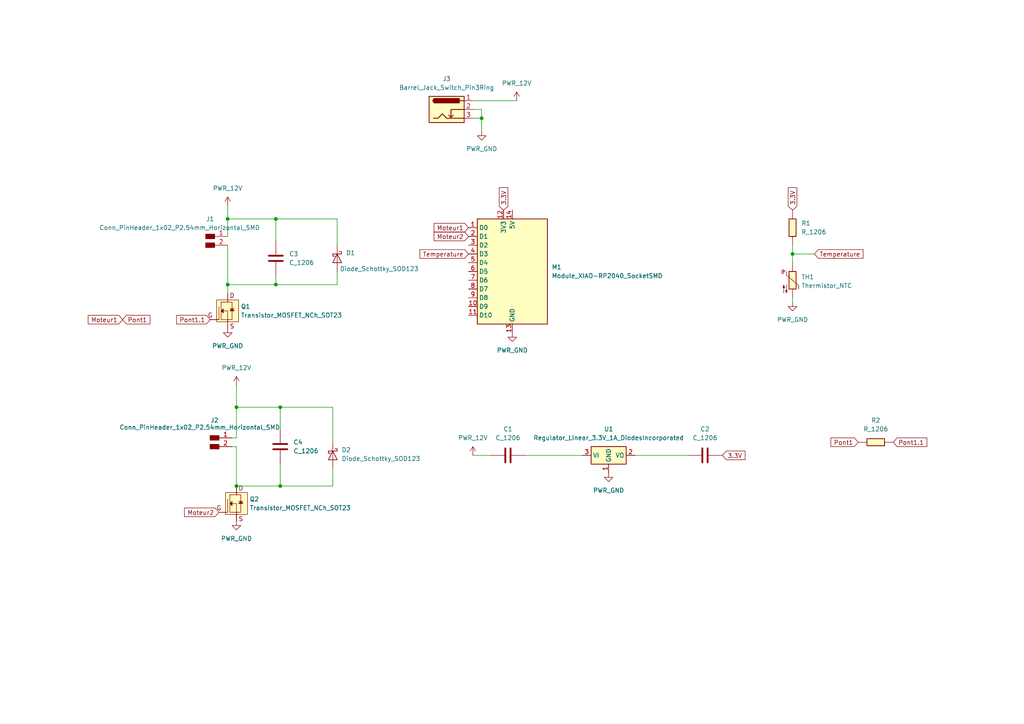
<source format=kicad_sch>
(kicad_sch (version 20231120) (generator "eeschema") (generator_version "8.0")
  (paper "A4")
  (lib_symbols
    (symbol "Connector:Barrel_Jack_Switch_Pin3Ring" (pin_names hide)
      (property "Reference" "J" (at 0 5.334 0))
      (property "Value" "Barrel_Jack_Switch_Pin3Ring" (at 0 -5.08 0))
      (symbol "Barrel_Jack_Switch_Pin3Ring_0_1"
        (rectangle (start -5.08 3.81) (end 5.08 -3.81) (stroke (width 0.254)) (fill (type background)))
        (arc (start -3.302 3.175) (mid -3.9343 2.54) (end -3.302 1.905) (stroke (width 0.254)))
        (arc (start -3.302 3.175) (mid -3.9343 2.54) (end -3.302 1.905) (stroke (width 0.254)) (fill (type outline)))
        (polyline (pts (xy 1.27 -2.286) (xy 1.905 -1.651)) (stroke (width 0.254)))
        (polyline (pts (xy 5.08 2.54) (xy 3.81 2.54)) (stroke (width 0.254)))
        (polyline (pts (xy 5.08 0) (xy 1.27 0) (xy 1.27 -2.286) (xy 0.635 -1.651)) (stroke (width 0.254)))
        (polyline (pts (xy -3.81 -2.54) (xy -2.54 -2.54) (xy -1.27 -1.27) (xy 0 -2.54) (xy 2.54 -2.54) (xy 5.08 -2.54)) (stroke (width 0.254)))
        (rectangle (start 3.683 3.175) (end -3.302 1.905) (stroke (width 0.254)) (fill (type outline)))
      )
      (symbol "Barrel_Jack_Switch_Pin3Ring_1_1"
        (pin passive line (at 7.62 2.54 180) (length 2.54) (name "~") (number "1"))
        (pin passive line (at 7.62 0 180) (length 2.54) (name "~") (number "2"))
        (pin passive line (at 7.62 -2.54 180) (length 2.54) (name "~") (number "3"))
      )
    )
    (symbol "Fabac:C_1206" (pin_numbers hide)
      (property "Reference" "C" (at 0.635 2.54 0))
      (property "Value" "C_1206" (at 0.635 -2.54 0))
      (symbol "C_1206_0_1"
        (polyline (pts (xy -2.032 -0.762) (xy 2.032 -0.762)) (stroke (width 0.508)))
        (polyline (pts (xy -2.032 0.762) (xy 2.032 0.762)) (stroke (width 0.508)))
        (polyline (pts (xy 0 -0.635) (xy 0 -2.54)))
        (polyline (pts (xy 0 0.635) (xy 0 2.54)))
      )
      (symbol "C_1206_1_1"
        (pin passive line (at 0 5.08 270) (length 2.54) (name "~") (number "1"))
        (pin passive line (at 0 -5.08 90) (length 2.54) (name "~") (number "2"))
      )
    )
    (symbol "Fabac:Conn_PinHeader_1x02_P2.54mm_Horizontal_SMD" (pin_names hide)
      (property "Reference" "J" (at 0 2.54 0))
      (property "Value" "Conn_PinHeader_1x02_P2.54mm_Horizontal_SMD" (at 0 -5.08 0))
      (symbol "Conn_PinHeader_1x02_P2.54mm_Horizontal_SMD_1_1"
        (rectangle (start -1.27 -1.905) (end 1.27 -3.175) (stroke (width 0.254)) (fill (type outline)))
        (rectangle (start -1.27 0.635) (end 1.27 -0.635) (stroke (width 0.254)) (fill (type outline)))
        (pin passive line (at 5.08 0 180) (length 3.81) (name "Pin_1") (number "1"))
        (pin passive line (at 5.08 -2.54 180) (length 3.81) (name "Pin_2") (number "2"))
      )
    )
    (symbol "Fabac:Diode_Schottky_SOD123" (pin_numbers hide) (pin_names (offset 1.016) hide)
      (property "Reference" "D" (at 0 2.54 0))
      (property "Value" "Diode_Schottky_SOD123" (at 0 -2.54 0))
      (symbol "Diode_Schottky_SOD123_0_1"
        (polyline (pts (xy 1.27 0) (xy -1.27 0)))
        (polyline (pts (xy 1.27 1.27) (xy 1.27 -1.27) (xy -1.27 0) (xy 1.27 1.27)) (stroke (width 0.2032)))
        (polyline (pts (xy -1.905 0.635) (xy -1.905 1.27) (xy -1.27 1.27) (xy -1.27 -1.27) (xy -0.635 -1.27) (xy -0.635 -0.635)) (stroke (width 0.2032)))
      )
      (symbol "Diode_Schottky_SOD123_1_1"
        (pin passive line (at -3.81 0 0) (length 2.54) (name "K") (number "1"))
        (pin passive line (at 3.81 0 180) (length 2.54) (name "A") (number "2"))
      )
    )
    (symbol "Fabac:Module_XIAO-RP2040_SocketSMD"
      (property "Reference" "M" (at -10.16 16.51 0))
      (property "Value" "Module_XIAO-RP2040_SocketSMD" (at 1.27 16.51 0))
      (symbol "Module_XIAO-RP2040_SocketSMD_1_1"
        (rectangle (start -10.16 15.24) (end 10.16 -15.24) (stroke (width 0.254)) (fill (type background)))
        (pin bidirectional line (at -12.7 12.7 0) (length 2.54) (name "D0") (number "1"))
        (pin bidirectional line (at -12.7 -10.16 0) (length 2.54) (name "D9") (number "10"))
        (pin bidirectional line (at -12.7 -12.7 0) (length 2.54) (name "D10") (number "11"))
        (pin power_in line (at -2.54 17.78 270) (length 2.54) (name "3V3") (number "12"))
        (pin power_in line (at 0 -17.78 90) (length 2.54) (name "GND") (number "13"))
        (pin power_in line (at 0 17.78 270) (length 2.54) (name "5V") (number "14"))
        (pin bidirectional line (at -12.7 10.16 0) (length 2.54) (name "D1") (number "2"))
        (pin bidirectional line (at -12.7 7.62 0) (length 2.54) (name "D2") (number "3"))
        (pin bidirectional line (at -12.7 5.08 0) (length 2.54) (name "D3") (number "4"))
        (pin bidirectional line (at -12.7 2.54 0) (length 2.54) (name "D4") (number "5"))
        (pin bidirectional line (at -12.7 0 0) (length 2.54) (name "D5") (number "6"))
        (pin bidirectional line (at -12.7 -2.54 0) (length 2.54) (name "D6") (number "7"))
        (pin bidirectional line (at -12.7 -5.08 0) (length 2.54) (name "D7") (number "8"))
        (pin bidirectional line (at -12.7 -7.62 0) (length 2.54) (name "D8") (number "9"))
      )
    )
    (symbol "Fabac:PWR_12V" (power) (pin_names (offset 0))
      (property "Value" "PWR_12V" (at 0 3.556 0))
      (symbol "PWR_12V_0_1"
        (polyline (pts (xy -0.762 1.27) (xy 0 2.54)))
        (polyline (pts (xy 0 0) (xy 0 2.54)))
        (polyline (pts (xy 0 2.54) (xy 0.762 1.27)))
      )
      (symbol "PWR_12V_1_1"
        (pin power_in line (at 0 0 90) (length 0) hide (name "PWR_12V") (number "1"))
      )
    )
    (symbol "Fabac:PWR_GND" (power) (pin_names (offset 0))
      (property "Value" "PWR_GND" (at 0 -3.81 0))
      (symbol "PWR_GND_0_1"
        (polyline (pts (xy 0 0) (xy 0 -1.27) (xy 1.27 -1.27) (xy 0 -2.54) (xy -1.27 -1.27) (xy 0 -1.27)))
      )
      (symbol "PWR_GND_1_1"
        (pin power_in line (at 0 0 270) (length 0) hide (name "PWR_GND") (number "1"))
      )
    )
    (symbol "Fabac:R_1206" (pin_numbers hide) (pin_names (offset 0))
      (property "Reference" "R" (at 2.54 0 90))
      (property "Value" "R_1206" (at -2.54 0 90))
      (symbol "R_1206_0_1"
        (rectangle (start -1.016 -2.54) (end 1.016 2.54) (stroke (width 0.254)) (fill (type background)))
      )
      (symbol "R_1206_1_1"
        (pin passive line (at 0 5.08 270) (length 2.54) (name "~") (number "1"))
        (pin passive line (at 0 -5.08 90) (length 2.54) (name "~") (number "2"))
      )
    )
    (symbol "Fabac:Regulator_Linear_3.3V_1A_DiodesIncorporated"
      (property "Reference" "U" (at -5.08 6.35 0))
      (property "Value" "Regulator_Linear_3.3V_1A_DiodesIncorporated" (at -5.08 3.81 0))
      (symbol "Regulator_Linear_3.3V_1A_DiodesIncorporated_0_1"
        (rectangle (start -5.08 2.54) (end 5.08 -2.54) (stroke (width 0.254)) (fill (type background)))
      )
      (symbol "Regulator_Linear_3.3V_1A_DiodesIncorporated_1_1"
        (pin power_in line (at 0 -5.08 90) (length 2.54) (name "GND") (number "1"))
        (pin power_out line (at 7.62 0 180) (length 2.54) (name "VO") (number "2"))
        (pin power_in line (at -7.62 0 0) (length 2.54) (name "VI") (number "3"))
      )
    )
    (symbol "Fabac:Thermistor_NTC" (pin_numbers hide) (pin_names (offset 0))
      (property "Reference" "TH" (at -3.81 0 90))
      (property "Value" "Thermistor_NTC" (at 2.54 0 90))
      (symbol "Thermistor_NTC_0_1"
        (arc (start -3.048 2.159) (mid -3.0505 2.3165) (end -3.175 2.413))
        (arc (start -3.048 2.159) (mid -2.9736 1.9794) (end -2.794 1.905))
        (arc (start -3.048 2.794) (mid -2.9736 2.6144) (end -2.794 2.54))
        (arc (start -2.794 1.905) (mid -2.6144 1.9794) (end -2.54 2.159))
        (arc (start -2.794 2.54) (mid -2.434 2.5608) (end -2.159 2.794))
        (arc (start -2.794 3.048) (mid -2.9736 2.9736) (end -3.048 2.794))
        (arc (start -2.54 2.794) (mid -2.6144 2.9736) (end -2.794 3.048))
        (rectangle (start -1.016 2.54) (end 1.016 -2.54) (stroke (width 0.254)) (fill (type background)))
        (polyline (pts (xy -2.54 2.159) (xy -2.54 2.794)))
        (polyline (pts (xy -1.778 2.54) (xy -1.778 1.524) (xy 1.778 -1.524) (xy 1.778 -2.54)))
        (polyline (pts (xy -2.54 -3.683) (xy -2.54 -1.397) (xy -2.794 -2.159) (xy -2.286 -2.159) (xy -2.54 -1.397) (xy -2.54 -1.651)) (fill (type outline)))
        (polyline (pts (xy -1.778 -1.397) (xy -1.778 -3.683) (xy -2.032 -2.921) (xy -1.524 -2.921) (xy -1.778 -3.683) (xy -1.778 -3.429)) (fill (type outline)))
      )
      (symbol "Thermistor_NTC_1_1"
        (pin passive line (at 0 5.08 270) (length 2.54) (name "~") (number "1"))
        (pin passive line (at 0 -5.08 90) (length 2.54) (name "~") (number "2"))
      )
    )
    (symbol "Fabac:Transistor_MOSFET_NCh_SOT23" (pin_numbers hide) (pin_names (offset 1.016) hide)
      (property "Reference" "Q" (at 3.81 1.27 0))
      (property "Value" "Transistor_MOSFET_NCh_SOT23" (at 3.81 -1.27 0))
      (symbol "Transistor_MOSFET_NCh_SOT23_0_1"
        (polyline (pts (xy 0 2.54) (xy 1.27 2.54) (xy 1.27 -2.54) (xy 0 -2.54)))
      )
      (symbol "Transistor_MOSFET_NCh_SOT23_1_0"
        (text "D" (at 1.27 4.445 0) (effects (font (size 1.27 1.27))))
        (text "G" (at -5.08 -1.27 0) (effects (font (size 1.27 1.27))))
        (text "S" (at 1.27 -4.445 0) (effects (font (size 1.27 1.27))))
      )
      (symbol "Transistor_MOSFET_NCh_SOT23_1_1"
        (rectangle (start -3.175 3.175) (end 3.175 -3.175) (fill (type background)))
        (polyline (pts (xy -2.54 -2.54) (xy -2.54 1.27)) (stroke (width 0.15)))
        (polyline (pts (xy -1.905 -2.54) (xy 0 -2.54)) (stroke (width 0.15)))
        (polyline (pts (xy -1.905 2.54) (xy -1.905 -2.54)) (stroke (width 0.15)))
        (polyline (pts (xy 0 2.54) (xy -1.905 2.54)) (stroke (width 0.15)))
        (polyline (pts (xy 0.635 0.635) (xy 1.905 0.635)) (stroke (width 0.15)))
        (polyline (pts (xy 0 -2.54) (xy 0 0) (xy -1.905 0)) (stroke (width 0.15)))
        (polyline (pts (xy -1.905 0) (xy -1.27 0.635) (xy -1.27 -0.635) (xy -1.905 0)) (fill (type outline)))
        (polyline (pts (xy 1.27 0.635) (xy 1.905 0) (xy 0.635 0) (xy 1.27 0.635)) (fill (type outline)))
        (pin passive line (at -5.08 -2.54 0) (length 2.54) (name "G") (number "1"))
        (pin passive line (at 0 -5.08 90) (length 2.54) (name "S") (number "2"))
        (pin passive line (at 0 5.08 270) (length 2.54) (name "D") (number "3"))
      )
    )
  )
  (junction (at 68.58 140.97))
  (junction (at 68.58 118.11))
  (junction (at 66.04 82.55))
  (junction (at 139.7 34.29))
  (junction (at 66.04 63.5))
  (junction (at 81.28 140.97))
  (junction (at 80.01 82.55))
  (junction (at 80.01 63.5))
  (junction (at 81.28 118.11))
  (junction (at 229.87 73.66))
  (wire (pts (xy 66.04 82.55) (xy 66.04 85.09)))
  (wire (pts (xy 229.87 86.36) (xy 229.87 87.63)))
  (wire (pts (xy 229.87 76.2) (xy 229.87 73.66)))
  (wire (pts (xy 139.7 38.1) (xy 139.7 34.29)))
  (wire (pts (xy 96.52 128.27) (xy 96.52 118.11)))
  (wire (pts (xy 152.4 132.08) (xy 168.91 132.08)))
  (wire (pts (xy 81.28 124.46) (xy 81.28 118.11)))
  (wire (pts (xy 97.79 71.12) (xy 97.79 63.5)))
  (wire (pts (xy 199.39 132.08) (xy 184.15 132.08)))
  (wire (pts (xy 68.58 118.11) (xy 81.28 118.11)))
  (wire (pts (xy 80.01 82.55) (xy 97.79 82.55)))
  (wire (pts (xy 137.16 34.29) (xy 139.7 34.29)))
  (wire (pts (xy 96.52 140.97) (xy 96.52 135.89)))
  (wire (pts (xy 68.58 140.97) (xy 68.58 129.54)))
  (wire (pts (xy 67.31 127) (xy 68.58 127)))
  (wire (pts (xy 66.04 63.5) (xy 66.04 59.69)))
  (wire (pts (xy 139.7 31.75) (xy 137.16 31.75)))
  (wire (pts (xy 68.58 129.54) (xy 67.31 129.54)))
  (wire (pts (xy 137.16 132.08) (xy 142.24 132.08)))
  (wire (pts (xy 66.04 68.58) (xy 66.04 63.5)))
  (wire (pts (xy 68.58 127) (xy 68.58 118.11)))
  (wire (pts (xy 68.58 140.97) (xy 81.28 140.97)))
  (wire (pts (xy 66.04 71.12) (xy 66.04 82.55)))
  (wire (pts (xy 97.79 63.5) (xy 80.01 63.5)))
  (wire (pts (xy 229.87 73.66) (xy 229.87 71.12)))
  (wire (pts (xy 66.04 82.55) (xy 80.01 82.55)))
  (wire (pts (xy 139.7 34.29) (xy 139.7 31.75)))
  (wire (pts (xy 81.28 140.97) (xy 81.28 134.62)))
  (wire (pts (xy 81.28 140.97) (xy 96.52 140.97)))
  (wire (pts (xy 97.79 82.55) (xy 97.79 78.74)))
  (wire (pts (xy 96.52 118.11) (xy 81.28 118.11)))
  (wire (pts (xy 236.22 73.66) (xy 229.87 73.66)))
  (wire (pts (xy 66.04 63.5) (xy 80.01 63.5)))
  (wire (pts (xy 149.86 29.21) (xy 137.16 29.21)))
  (wire (pts (xy 68.58 118.11) (xy 68.58 111.76)))
  (wire (pts (xy 80.01 63.5) (xy 80.01 69.85)))
  (wire (pts (xy 80.01 82.55) (xy 80.01 80.01)))
  (global_label "3.3V" (shape input) (at 146.05 60.96 90) (property "Intersheetrefs" "${INTERSHEET_REFS}" (effects (hide yes))))
  (global_label "3.3V" (shape input) (at 229.87 60.96 90) (property "Intersheetrefs" "${INTERSHEET_REFS}" (effects (hide yes))))
  (global_label "Moteur1" (shape input) (at 35.56 92.71 180) (property "Intersheetrefs" "${INTERSHEET_REFS}" (effects (hide yes))))
  (global_label "Pont1.1" (shape input) (at 60.96 92.71 180) (property "Intersheetrefs" "${INTERSHEET_REFS}" (effects (hide yes))))
  (global_label "Pont1" (shape input) (at 35.56 92.71 0) (property "Intersheetrefs" "${INTERSHEET_REFS}" (effects (hide yes))))
  (global_label "Moteur2" (shape input) (at 63.5 148.59 180) (property "Intersheetrefs" "${INTERSHEET_REFS}" (effects (hide yes))))
  (global_label "Temperature" (shape input) (at 135.89 73.66 180) (property "Intersheetrefs" "${INTERSHEET_REFS}" (effects (hide yes))))
  (global_label "Pont1" (shape input) (at 248.92 128.27 180) (property "Intersheetrefs" "${INTERSHEET_REFS}" (effects (hide yes))))
  (global_label "Moteur1" (shape input) (at 135.89 66.04 180) (property "Intersheetrefs" "${INTERSHEET_REFS}" (effects (hide yes))))
  (global_label "Pont1.1" (shape input) (at 259.08 128.27 0) (property "Intersheetrefs" "${INTERSHEET_REFS}" (effects (hide yes))))
  (global_label "Moteur2" (shape input) (at 135.89 68.58 180) (property "Intersheetrefs" "${INTERSHEET_REFS}" (effects (hide yes))))
  (global_label "3.3V" (shape input) (at 209.55 132.08 0) (property "Intersheetrefs" "${INTERSHEET_REFS}" (effects (hide yes))))
  (global_label "Temperature" (shape input) (at 236.22 73.66 0) (property "Intersheetrefs" "${INTERSHEET_REFS}" (effects (hide yes))))
  (symbol (lib_id "Fabac:PWR_12V") (at 66.04 59.69 0) (unit 1)
    (property "Reference" "#PWR05" (effects (hide yes)))
    (property "Value" "PWR_12V" (at 66.04 54.61 0))
    (property "Description" "Power symbol creates a global label with name \"+12V\"" (effects (hide yes)))
  )
  (symbol (lib_id "Connector:Barrel_Jack_Switch_Pin3Ring") (at 129.54 31.75 0) (unit 1)
    (property "Reference" "J3" (at 129.54 22.86 0))
    (property "Value" "Barrel_Jack_Switch_Pin3Ring" (at 129.54 25.4 0))
    (property "Footprint" "Connector_BarrelJack:BarrelJack_CLIFF_FC681465S_SMT_Horizontal" (effects (hide yes)))
    (property "Description" "DC Barrel Jack with an internal switch" (effects (hide yes)))
  )
  (symbol (lib_id "Fabac:Module_XIAO-RP2040_SocketSMD") (at 148.59 78.74 0) (unit 1)
    (property "Reference" "M1" (at 160.02 77.4699 0) (effects (justify left)))
    (property "Value" "Module_XIAO-RP2040_SocketSMD" (at 160.02 80.0099 0) (effects (justify left)))
    (property "Footprint" "Fabac:SeeedStudio_XIAO_RP2040" (effects (hide yes)))
    (property "Datasheet" "https://wiki.seeedstudio.com/XIAO-RP2040/" (effects (hide yes)))
    (property "Description" "RP2040 XIAO RP2040 - ARM® Cortex®-M0+ MCU 32-Bit Embedded Evaluation Board SMD Socket (Female Header)" (effects (hide yes)))
  )
  (symbol (lib_id "Fabac:Transistor_MOSFET_NCh_SOT23") (at 68.58 146.05 0) (unit 1)
    (property "Reference" "Q2" (at 72.39 144.7799 0) (effects (justify left)))
    (property "Value" "Transistor_MOSFET_NCh_SOT23" (at 72.39 147.3199 0) (effects (justify left)))
    (property "Footprint" "Fabac:SOT-23-3" (effects (hide yes)))
    (property "Datasheet" "https://www.onsemi.com/pub/Collateral/NDS355AN-D.PDF" (effects (hide yes)))
    (property "Description" "N-Channel mosfet NDS355AN in SOT-23 package" (effects (hide yes)))
  )
  (symbol (lib_id "Fabac:Conn_PinHeader_1x02_P2.54mm_Horizontal_SMD") (at 62.23 127 0) (unit 1)
    (property "Reference" "J2" (at 62.23 121.92 0))
    (property "Value" "Conn_PinHeader_1x02_P2.54mm_Horizontal_SMD" (at 57.912 123.952 0))
    (property "Footprint" "Fabac:PinHeader_1x02_P2.54mm_Horizontal_SMD" (effects (hide yes)))
    (property "Description" "Male connector, single row" (effects (hide yes)))
  )
  (symbol (lib_id "Fabac:PWR_12V") (at 149.86 29.21 0) (unit 1)
    (property "Reference" "#PWR010" (effects (hide yes)))
    (property "Value" "PWR_12V" (at 149.86 24.13 0))
    (property "Description" "Power symbol creates a global label with name \"+12V\"" (effects (hide yes)))
  )
  (symbol (lib_id "Fabac:Diode_Schottky_SOD123") (at 96.52 132.08 270) (unit 1)
    (property "Reference" "D2" (at 99.06 130.4924 90) (effects (justify left)))
    (property "Value" "Diode_Schottky_SOD123" (at 99.06 133.0324 90) (effects (justify left)))
    (property "Footprint" "Fabac:SOD-123" (effects (hide yes)))
    (property "Datasheet" "https://www.st.com/content/ccc/resource/technical/document/datasheet/c6/32/d4/4a/28/d3/4b/11/CD00004930.pdf/files/CD00004930.pdf/jcr:content/translations/en.CD00004930.pdf" (effects (hide yes)))
    (property "Description" "Schottky diode" (effects (hide yes)))
  )
  (symbol (lib_id "Fabac:PWR_GND") (at 68.58 151.13 0) (unit 1)
    (property "Reference" "#PWR06" (effects (hide yes)))
    (property "Value" "PWR_GND" (at 68.58 156.21 0))
    (property "Description" "Power symbol creates a global label with name \"GND\" , ground" (effects (hide yes)))
  )
  (symbol (lib_id "Fabac:Regulator_Linear_3.3V_1A_DiodesIncorporated") (at 176.53 132.08 0) (unit 1)
    (property "Reference" "U1" (at 176.53 124.46 0))
    (property "Value" "Regulator_Linear_3.3V_1A_DiodesIncorporated" (at 176.53 127 0))
    (property "Footprint" "Fabac:SOT-223-3_TabPin2" (effects (hide yes)))
    (property "Datasheet" "https://www.diodes.com/assets/Datasheets/AZ1117I.pdf" (effects (hide yes)))
    (property "Description" "3.3V 1A Linear regulator from Diodes Incorporated in SOT-223-3 package" (effects (hide yes)))
  )
  (symbol (lib_id "Fabac:Thermistor_NTC") (at 229.87 81.28 0) (unit 1)
    (property "Reference" "TH1" (at 232.41 80.3274 0) (effects (justify left)))
    (property "Value" "Thermistor_NTC" (at 232.41 82.8674 0) (effects (justify left)))
    (property "Footprint" "Fabac:R_1206" (effects (hide yes)))
    (property "Datasheet" "https://www.mouser.fi/datasheet/2/18/AAS-920-324F-Thermometrics-NTC-SMD-032717-web-1018802.pdf" (effects (hide yes)))
    (property "Description" "Temperature dependent resistor, Amphenol NHQ103B375T10, negative temperature coefficient, NTC Thermistor 10k 1206 (3216 Metric)" (effects (hide yes)))
  )
  (symbol (lib_id "Fabac:R_1206") (at 254 128.27 90) (unit 1)
    (property "Reference" "R2" (at 254 121.92 90))
    (property "Value" "R_1206" (at 254 124.46 90))
    (property "Footprint" "Fabac:R_1206" (effects (hide yes)))
    (property "Description" "Resistor" (effects (hide yes)))
  )
  (symbol (lib_id "Fabac:R_1206") (at 229.87 66.04 0) (unit 1)
    (property "Reference" "R1" (at 232.41 64.7699 0) (effects (justify left)))
    (property "Value" "R_1206" (at 232.41 67.3099 0) (effects (justify left)))
    (property "Footprint" "Fabac:R_1206" (effects (hide yes)))
    (property "Description" "Resistor" (effects (hide yes)))
  )
  (symbol (lib_id "Fabac:PWR_GND") (at 148.59 96.52 0) (unit 1)
    (property "Reference" "#PWR02" (effects (hide yes)))
    (property "Value" "PWR_GND" (at 148.59 101.6 0))
    (property "Description" "Power symbol creates a global label with name \"GND\" , ground" (effects (hide yes)))
  )
  (symbol (lib_id "Fabac:C_1206") (at 81.28 129.54 180) (unit 1)
    (property "Reference" "C4" (at 85.09 128.2699 0) (effects (justify right)))
    (property "Value" "C_1206" (at 85.09 130.8099 0) (effects (justify right)))
    (property "Footprint" "Fabac:C_1206" (effects (hide yes)))
    (property "Datasheet" "https://www.yageo.com/upload/media/product/productsearch/datasheet/mlcc/UPY-GP_NP0_16V-to-50V_18.pdf" (effects (hide yes)))
    (property "Description" "Unpolarized capacitor, SMD, 1206" (effects (hide yes)))
  )
  (symbol (lib_id "Fabac:PWR_GND") (at 139.7 38.1 0) (unit 1)
    (property "Reference" "#PWR08" (effects (hide yes)))
    (property "Value" "PWR_GND" (at 139.7 43.18 0))
    (property "Description" "Power symbol creates a global label with name \"GND\" , ground" (effects (hide yes)))
  )
  (symbol (lib_id "Fabac:C_1206") (at 80.01 74.93 180) (unit 1)
    (property "Reference" "C3" (at 83.82 73.6599 0) (effects (justify right)))
    (property "Value" "C_1206" (at 83.82 76.1999 0) (effects (justify right)))
    (property "Footprint" "Fabac:C_1206" (effects (hide yes)))
    (property "Datasheet" "https://www.yageo.com/upload/media/product/productsearch/datasheet/mlcc/UPY-GP_NP0_16V-to-50V_18.pdf" (effects (hide yes)))
    (property "Description" "Unpolarized capacitor, SMD, 1206" (effects (hide yes)))
  )
  (symbol (lib_id "Fabac:PWR_GND") (at 229.87 87.63 0) (unit 1)
    (property "Reference" "#PWR09" (effects (hide yes)))
    (property "Value" "PWR_GND" (at 229.87 92.71 0))
    (property "Description" "Power symbol creates a global label with name \"GND\" , ground" (effects (hide yes)))
  )
  (symbol (lib_id "Fabac:C_1206") (at 204.47 132.08 90) (unit 1)
    (property "Reference" "C2" (at 204.47 124.46 90))
    (property "Value" "C_1206" (at 204.47 127 90))
    (property "Footprint" "Fabac:C_1206" (effects (hide yes)))
    (property "Datasheet" "https://www.yageo.com/upload/media/product/productsearch/datasheet/mlcc/UPY-GP_NP0_16V-to-50V_18.pdf" (effects (hide yes)))
    (property "Description" "Unpolarized capacitor, SMD, 1206" (effects (hide yes)))
  )
  (symbol (lib_id "Fabac:Diode_Schottky_SOD123") (at 97.79 74.93 270) (unit 1)
    (property "Reference" "D1" (at 100.33 73.3424 90) (effects (justify left)))
    (property "Value" "Diode_Schottky_SOD123" (at 98.552 77.978 90) (effects (justify left)))
    (property "Footprint" "Fabac:SOD-123" (effects (hide yes)))
    (property "Datasheet" "https://www.st.com/content/ccc/resource/technical/document/datasheet/c6/32/d4/4a/28/d3/4b/11/CD00004930.pdf/files/CD00004930.pdf/jcr:content/translations/en.CD00004930.pdf" (effects (hide yes)))
    (property "Description" "Schottky diode" (effects (hide yes)))
  )
  (symbol (lib_id "Fabac:PWR_12V") (at 137.16 132.08 0) (unit 1)
    (property "Reference" "#PWR03" (effects (hide yes)))
    (property "Value" "PWR_12V" (at 137.16 127 0))
    (property "Description" "Power symbol creates a global label with name \"+12V\"" (effects (hide yes)))
  )
  (symbol (lib_id "Fabac:C_1206") (at 147.32 132.08 90) (unit 1)
    (property "Reference" "C1" (at 147.32 124.46 90))
    (property "Value" "C_1206" (at 147.32 127 90))
    (property "Footprint" "Fabac:C_1206" (effects (hide yes)))
    (property "Datasheet" "https://www.yageo.com/upload/media/product/productsearch/datasheet/mlcc/UPY-GP_NP0_16V-to-50V_18.pdf" (effects (hide yes)))
    (property "Description" "Unpolarized capacitor, SMD, 1206" (effects (hide yes)))
  )
  (symbol (lib_id "Fabac:Transistor_MOSFET_NCh_SOT23") (at 66.04 90.17 0) (unit 1)
    (property "Reference" "Q1" (at 69.85 88.8999 0) (effects (justify left)))
    (property "Value" "Transistor_MOSFET_NCh_SOT23" (at 69.85 91.4399 0) (effects (justify left)))
    (property "Footprint" "Fabac:SOT-23-3" (effects (hide yes)))
    (property "Datasheet" "https://www.onsemi.com/pub/Collateral/NDS355AN-D.PDF" (effects (hide yes)))
    (property "Description" "N-Channel mosfet NDS355AN in SOT-23 package" (effects (hide yes)))
  )
  (symbol (lib_id "Fabac:PWR_GND") (at 66.04 95.25 0) (unit 1)
    (property "Reference" "#PWR07" (effects (hide yes)))
    (property "Value" "PWR_GND" (at 66.04 100.33 0))
    (property "Description" "Power symbol creates a global label with name \"GND\" , ground" (effects (hide yes)))
  )
  (symbol (lib_id "Fabac:PWR_12V") (at 68.58 111.76 0) (unit 1)
    (property "Reference" "#PWR04" (effects (hide yes)))
    (property "Value" "PWR_12V" (at 68.58 106.68 0))
    (property "Description" "Power symbol creates a global label with name \"+12V\"" (effects (hide yes)))
  )
  (symbol (lib_id "Fabac:PWR_GND") (at 176.53 137.16 0) (unit 1)
    (property "Reference" "#PWR01" (effects (hide yes)))
    (property "Value" "PWR_GND" (at 176.53 142.24 0))
    (property "Description" "Power symbol creates a global label with name \"GND\" , ground" (effects (hide yes)))
  )
  (symbol (lib_id "Fabac:Conn_PinHeader_1x02_P2.54mm_Horizontal_SMD") (at 60.96 68.58 0) (unit 1)
    (property "Reference" "J1" (at 60.96 63.5 0))
    (property "Value" "Conn_PinHeader_1x02_P2.54mm_Horizontal_SMD" (at 52.07 66.04 0))
    (property "Footprint" "Fabac:PinHeader_1x02_P2.54mm_Horizontal_SMD" (effects (hide yes)))
    (property "Description" "Male connector, single row" (effects (hide yes)))
  )
)
</source>
